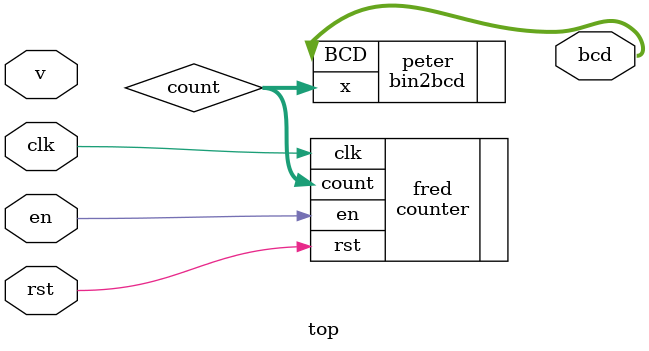
<source format=sv>
module top #(
    parameter WIDTH = 8,
    parameter DIGITS = 3
)(
    // interface signals
    input  wire             clk,
    input  wire             rst,
    input  wire             en,
    input  wire [WIDTH-1:0] v,
    output wire [11:0]      bcd
);

wire [WIDTH-1:0] count;

counter fred (
    .clk (clk),
    .rst (rst),
    .en (en),
    .count (count)
);

bin2bcd peter (
    .x (count),
    .BCD (bcd)
);

endmodule

</source>
